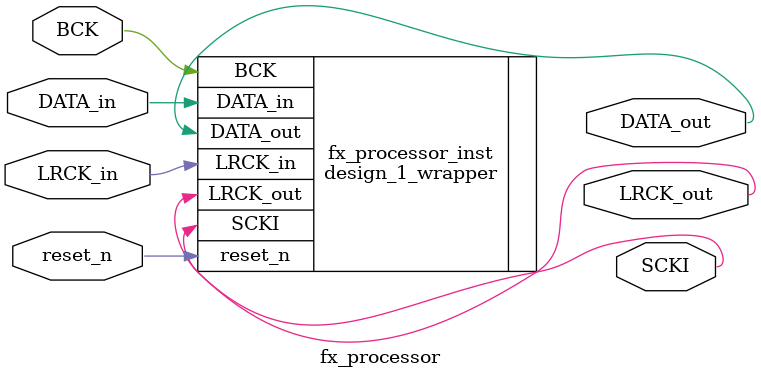
<source format=v>
`timescale 1ns / 1ps


module fx_processor(
    input BCK,
    output SCKI,
    input LRCK_in,
    output LRCK_out,
    input DATA_in,
    output DATA_out,
    input reset_n
    );
    
    design_1_wrapper fx_processor_inst(
        .BCK(BCK),
        .SCKI(SCKI),
        .LRCK_in(LRCK_in),
        .LRCK_out(LRCK_out),
        .DATA_in(DATA_in),
        .DATA_out(DATA_out),
        .reset_n(reset_n)
    );
endmodule

</source>
